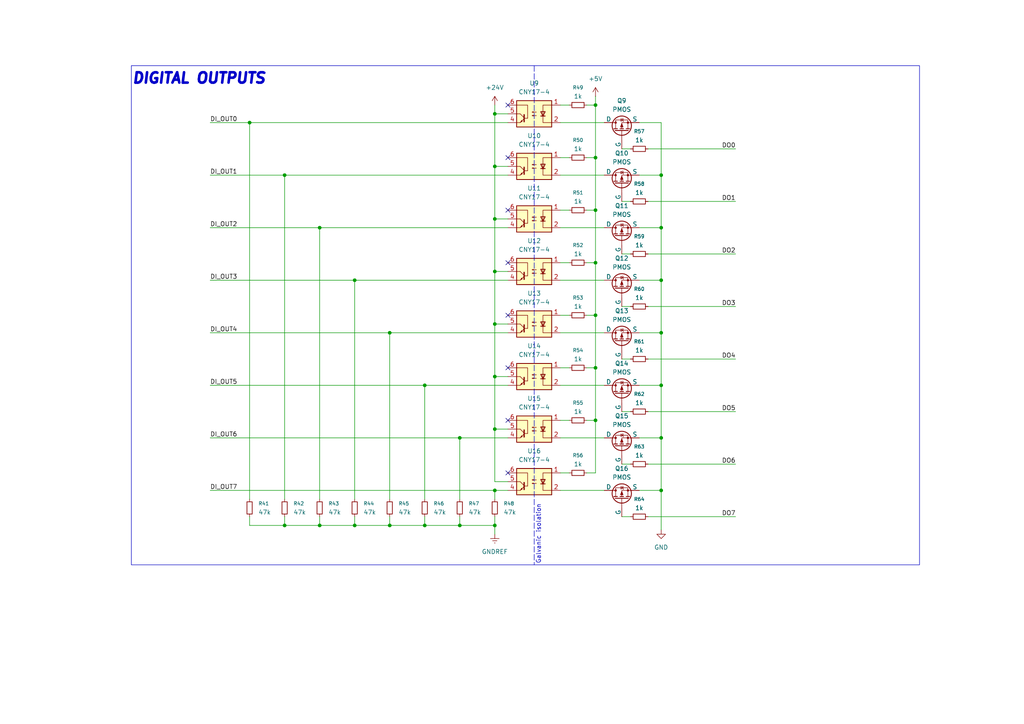
<source format=kicad_sch>
(kicad_sch (version 20250114) (generator "eeschema") (generator_version "9.0")
  (paper "A4")
  (title_block (title "PLC on STM - Digital IO Shield") (date "2025-12-27") (company "Author: Grzegorz Potocki"))
  (lib_symbols
    (symbol "Device:R_Small" (pin_numbers (hide yes)) (pin_names (offset 0.254) (hide yes))
      (property "Reference" "R" (at 0 0 90))
      (property "Value" "R_Small" (at 1.778 0 90))
      (symbol "R_Small_0_1"
        (rectangle (start -0.762 1.778) (end 0.762 -1.778) (stroke (width 0.2032)))
      )
      (symbol "R_Small_1_1"
        (pin passive line (at 0 2.54 270) (length 0.762) (name "~") (number "1"))
        (pin passive line (at 0 -2.54 90) (length 0.762) (name "~") (number "2"))
      )
    )
    (symbol "Isolator:CNY17-4" (pin_names (offset 1.016))
      (property "Reference" "U" (at -5.08 5.08 0))
      (property "Value" "CNY17-4" (at 0 5.08 0))
      (symbol "CNY17-4_0_1"
        (rectangle (start -5.08 3.81) (end 5.08 -3.81) (stroke (width 0.254)) (fill (type background)))
        (polyline (pts (xy -5.08 2.54) (xy -2.54 2.54) (xy -2.54 -0.762)))
        (polyline (pts (xy -3.175 -0.635) (xy -1.905 -0.635)) (stroke (width 0.254)))
        (polyline (pts (xy -2.54 -0.635) (xy -2.54 -2.54) (xy -5.08 -2.54)))
        (polyline (pts (xy -2.54 -0.635) (xy -3.175 0.635) (xy -1.905 0.635) (xy -2.54 -0.635)) (stroke (width 0.254)))
        (polyline (pts (xy -0.635 0.508) (xy 0.635 0.508) (xy 0.254 0.381) (xy 0.254 0.635) (xy 0.635 0.508)))
        (polyline (pts (xy -0.635 -0.508) (xy 0.635 -0.508) (xy 0.254 -0.635) (xy 0.254 -0.381) (xy 0.635 -0.508)))
        (polyline (pts (xy 1.905 -1.27) (xy 1.905 2.54) (xy 5.08 2.54)))
        (polyline (pts (xy 2.921 -0.254) (xy 2.921 -2.286)) (stroke (width 0.3556)))
        (polyline (pts (xy 2.921 -1.143) (xy 4.064 0)))
        (polyline (pts (xy 2.921 -1.27) (xy 1.905 -1.27)))
        (polyline (pts (xy 2.921 -1.397) (xy 4.064 -2.54)))
        (polyline (pts (xy 3.937 -2.413) (xy 3.683 -1.905) (xy 3.429 -2.159) (xy 3.937 -2.413)))
        (polyline (pts (xy 4.064 -2.54) (xy 5.08 -2.54)))
        (polyline (pts (xy 5.08 0) (xy 4.064 0)))
      )
      (symbol "CNY17-4_1_1"
        (pin passive line (at -7.62 2.54 0) (length 2.54) (name "~") (number "1"))
        (pin passive line (at -7.62 -2.54 0) (length 2.54) (name "~") (number "2"))
        (pin no_connect line (at -5.08 0 0) (length 2.54) (hide yes) (name "NC") (number "3"))
        (pin passive line (at 7.62 2.54 180) (length 2.54) (name "~") (number "6"))
        (pin passive line (at 7.62 0 180) (length 2.54) (name "~") (number "5"))
        (pin passive line (at 7.62 -2.54 180) (length 2.54) (name "~") (number "4"))
      )
    )
    (symbol "Simulation_SPICE:PMOS" (pin_numbers (hide yes)) (pin_names (offset 0))
      (property "Reference" "Q" (at 5.08 1.27 0))
      (property "Value" "PMOS" (at 5.08 -1.27 0))
      (symbol "PMOS_0_1"
        (polyline (pts (xy 0.254 1.905) (xy 0.254 -1.905)) (stroke (width 0.254)))
        (polyline (pts (xy 0.254 0) (xy -2.54 0)))
        (polyline (pts (xy 0.762 2.286) (xy 0.762 1.27)) (stroke (width 0.254)))
        (polyline (pts (xy 0.762 1.778) (xy 3.302 1.778) (xy 3.302 -1.778) (xy 0.762 -1.778)))
        (polyline (pts (xy 0.762 0.508) (xy 0.762 -0.508)) (stroke (width 0.254)))
        (polyline (pts (xy 0.762 -1.27) (xy 0.762 -2.286)) (stroke (width 0.254)))
        (circle (center 1.651 0) (radius 2.794) (stroke (width 0.254)))
        (polyline (pts (xy 2.286 0) (xy 1.27 0.381) (xy 1.27 -0.381) (xy 2.286 0)) (fill (type outline)))
        (polyline (pts (xy 2.54 2.54) (xy 2.54 1.778)))
        (circle (center 2.54 1.778) (radius 0.254) (fill (type outline)))
        (circle (center 2.54 -1.778) (radius 0.254) (fill (type outline)))
        (polyline (pts (xy 2.54 -2.54) (xy 2.54 0) (xy 0.762 0)))
        (polyline (pts (xy 2.794 -0.508) (xy 2.921 -0.381) (xy 3.683 -0.381) (xy 3.81 -0.254)))
        (polyline (pts (xy 3.302 -0.381) (xy 2.921 0.254) (xy 3.683 0.254) (xy 3.302 -0.381)))
      )
      (symbol "PMOS_1_1"
        (pin input line (at -5.08 0 0) (length 2.54) (name "G") (number "2"))
        (pin passive line (at 2.54 5.08 270) (length 2.54) (name "D") (number "1"))
        (pin passive line (at 2.54 -5.08 90) (length 2.54) (name "S") (number "3"))
      )
    )
    (symbol "power:+24V" (power) (pin_numbers (hide yes)) (pin_names (offset 0) (hide yes))
      (property "Value" "+24V" (at 0 3.556 0))
      (symbol "+24V_0_1"
        (polyline (pts (xy -0.762 1.27) (xy 0 2.54)))
        (polyline (pts (xy 0 2.54) (xy 0.762 1.27)))
        (polyline (pts (xy 0 0) (xy 0 2.54)))
      )
      (symbol "+24V_1_1"
        (pin power_in line (at 0 0 90) (length 0) (name "~") (number "1"))
      )
    )
    (symbol "power:+5V" (power) (pin_numbers (hide yes)) (pin_names (offset 0) (hide yes))
      (property "Value" "+5V" (at 0 3.556 0))
      (symbol "+5V_0_1"
        (polyline (pts (xy -0.762 1.27) (xy 0 2.54)))
        (polyline (pts (xy 0 2.54) (xy 0.762 1.27)))
        (polyline (pts (xy 0 0) (xy 0 2.54)))
      )
      (symbol "+5V_1_1"
        (pin power_in line (at 0 0 90) (length 0) (name "~") (number "1"))
      )
    )
    (symbol "power:GND" (power) (pin_numbers (hide yes)) (pin_names (offset 0) (hide yes))
      (property "Value" "GND" (at 0 -3.81 0))
      (symbol "GND_0_1"
        (polyline (pts (xy 0 0) (xy 0 -1.27) (xy 1.27 -1.27) (xy 0 -2.54) (xy -1.27 -1.27) (xy 0 -1.27)))
      )
      (symbol "GND_1_1"
        (pin power_in line (at 0 0 270) (length 0) (name "~") (number "1"))
      )
    )
    (symbol "power:GNDREF" (power) (pin_numbers (hide yes)) (pin_names (offset 0) (hide yes))
      (property "Value" "GNDREF" (at 0 -3.81 0))
      (symbol "GNDREF_0_1"
        (polyline (pts (xy -0.635 -1.905) (xy 0.635 -1.905)))
        (polyline (pts (xy -0.127 -2.54) (xy 0.127 -2.54)))
        (polyline (pts (xy 0 -1.27) (xy 0 0)))
        (polyline (pts (xy 1.27 -1.27) (xy -1.27 -1.27)))
      )
      (symbol "GNDREF_1_1"
        (pin power_in line (at 0 0 270) (length 0) (name "~") (number "1"))
      )
    )
  )
  (rectangle (start 38.1 19.05) (end 266.7 163.83))
  (text "DIGITAL OUTPUTS" (at 38.1 22.86 0) (effects (font (size 3 3) (thickness 2) (bold yes) (italic yes)) (justify left)))
  (text "Galvanic isolation" (at 156.21 154.94 90) (effects (font (size 1.27 1.27))))
  (junction (at 172.72 30.48))
  (junction (at 172.72 60.96))
  (junction (at 143.51 93.98))
  (junction (at 191.77 111.76))
  (junction (at 113.03 152.4))
  (junction (at 143.51 124.46))
  (junction (at 191.77 66.04))
  (junction (at 102.87 81.28))
  (junction (at 92.71 66.04))
  (junction (at 102.87 152.4))
  (junction (at 172.72 121.92))
  (junction (at 191.77 142.24))
  (junction (at 191.77 96.52))
  (junction (at 172.72 91.44))
  (junction (at 143.51 109.22))
  (junction (at 191.77 50.8))
  (junction (at 82.55 50.8))
  (junction (at 133.35 127))
  (junction (at 133.35 152.4))
  (junction (at 113.03 96.52))
  (junction (at 172.72 76.2))
  (junction (at 143.51 142.24))
  (junction (at 172.72 45.72))
  (junction (at 123.19 152.4))
  (junction (at 143.51 78.74))
  (junction (at 143.51 63.5))
  (junction (at 172.72 106.68))
  (junction (at 191.77 81.28))
  (junction (at 123.19 111.76))
  (junction (at 143.51 152.4))
  (junction (at 143.51 48.26))
  (junction (at 72.39 35.56))
  (junction (at 92.71 152.4))
  (junction (at 191.77 127))
  (junction (at 82.55 152.4))
  (junction (at 143.51 33.02))
  (no_connect (at 147.32 137.16))
  (no_connect (at 147.32 76.2))
  (no_connect (at 147.32 30.48))
  (no_connect (at 147.32 121.92))
  (no_connect (at 147.32 60.96))
  (no_connect (at 147.32 45.72))
  (no_connect (at 147.32 91.44))
  (no_connect (at 147.32 106.68))
  (wire (pts (xy 162.56 121.92) (xy 165.1 121.92)))
  (wire (pts (xy 102.87 81.28) (xy 147.32 81.28)))
  (wire (pts (xy 172.72 60.96) (xy 172.72 76.2)))
  (wire (pts (xy 187.96 149.86) (xy 213.36 149.86)))
  (wire (pts (xy 187.96 88.9) (xy 213.36 88.9)))
  (wire (pts (xy 147.32 124.46) (xy 143.51 124.46)))
  (wire (pts (xy 162.56 142.24) (xy 175.26 142.24)))
  (wire (pts (xy 143.51 48.26) (xy 143.51 63.5)))
  (wire (pts (xy 170.18 45.72) (xy 172.72 45.72)))
  (wire (pts (xy 60.96 96.52) (xy 113.03 96.52)))
  (wire (pts (xy 172.72 76.2) (xy 172.72 91.44)))
  (wire (pts (xy 72.39 35.56) (xy 72.39 144.78)))
  (wire (pts (xy 162.56 66.04) (xy 175.26 66.04)))
  (wire (pts (xy 185.42 96.52) (xy 191.77 96.52)))
  (wire (pts (xy 113.03 149.86) (xy 113.03 152.4)))
  (wire (pts (xy 172.72 45.72) (xy 172.72 60.96)))
  (wire (pts (xy 82.55 152.4) (xy 92.71 152.4)))
  (wire (pts (xy 143.51 93.98) (xy 143.51 109.22)))
  (wire (pts (xy 180.34 73.66) (xy 182.88 73.66)))
  (wire (pts (xy 147.32 63.5) (xy 143.51 63.5)))
  (wire (pts (xy 60.96 81.28) (xy 102.87 81.28)))
  (wire (pts (xy 162.56 96.52) (xy 175.26 96.52)))
  (wire (pts (xy 143.51 149.86) (xy 143.51 152.4)))
  (wire (pts (xy 191.77 81.28) (xy 191.77 96.52)))
  (wire (pts (xy 191.77 35.56) (xy 191.77 50.8)))
  (wire (pts (xy 170.18 30.48) (xy 172.72 30.48)))
  (wire (pts (xy 143.51 33.02) (xy 143.51 48.26)))
  (wire (pts (xy 92.71 66.04) (xy 147.32 66.04)))
  (wire (pts (xy 162.56 76.2) (xy 165.1 76.2)))
  (wire (pts (xy 170.18 91.44) (xy 172.72 91.44)))
  (wire (pts (xy 185.42 66.04) (xy 191.77 66.04)))
  (wire (pts (xy 143.51 63.5) (xy 143.51 78.74)))
  (wire (pts (xy 72.39 35.56) (xy 147.32 35.56)))
  (wire (pts (xy 147.32 142.24) (xy 143.51 142.24)))
  (wire (pts (xy 180.34 119.38) (xy 182.88 119.38)))
  (wire (pts (xy 82.55 149.86) (xy 82.55 152.4)))
  (wire (pts (xy 82.55 50.8) (xy 147.32 50.8)))
  (wire (pts (xy 180.34 43.18) (xy 182.88 43.18)))
  (wire (pts (xy 191.77 111.76) (xy 191.77 127)))
  (wire (pts (xy 180.34 134.62) (xy 182.88 134.62)))
  (wire (pts (xy 170.18 60.96) (xy 172.72 60.96)))
  (wire (pts (xy 162.56 35.56) (xy 175.26 35.56)))
  (wire (pts (xy 191.77 96.52) (xy 191.77 111.76)))
  (wire (pts (xy 185.42 35.56) (xy 191.77 35.56)))
  (wire (pts (xy 72.39 149.86) (xy 72.39 152.4)))
  (wire (pts (xy 143.51 124.46) (xy 143.51 139.7)))
  (wire (pts (xy 92.71 66.04) (xy 92.71 144.78)))
  (wire (pts (xy 191.77 50.8) (xy 191.77 66.04)))
  (wire (pts (xy 191.77 142.24) (xy 191.77 153.67)))
  (wire (pts (xy 133.35 149.86) (xy 133.35 152.4)))
  (wire (pts (xy 187.96 134.62) (xy 213.36 134.62)))
  (wire (pts (xy 191.77 66.04) (xy 191.77 81.28)))
  (wire (pts (xy 172.72 30.48) (xy 172.72 45.72)))
  (wire (pts (xy 92.71 152.4) (xy 102.87 152.4)))
  (wire (pts (xy 82.55 50.8) (xy 82.55 144.78)))
  (wire (pts (xy 162.56 81.28) (xy 175.26 81.28)))
  (wire (pts (xy 72.39 152.4) (xy 82.55 152.4)))
  (wire (pts (xy 170.18 137.16) (xy 172.72 137.16)))
  (wire (pts (xy 162.56 111.76) (xy 175.26 111.76)))
  (wire (pts (xy 187.96 58.42) (xy 213.36 58.42)))
  (wire (pts (xy 170.18 76.2) (xy 172.72 76.2)))
  (wire (pts (xy 172.72 121.92) (xy 172.72 137.16)))
  (wire (pts (xy 60.96 35.56) (xy 72.39 35.56)))
  (wire (pts (xy 185.42 111.76) (xy 191.77 111.76)))
  (wire (pts (xy 102.87 81.28) (xy 102.87 144.78)))
  (wire (pts (xy 147.32 109.22) (xy 143.51 109.22)))
  (wire (pts (xy 185.42 50.8) (xy 191.77 50.8)))
  (wire (pts (xy 162.56 106.68) (xy 165.1 106.68)))
  (wire (pts (xy 113.03 96.52) (xy 147.32 96.52)))
  (wire (pts (xy 191.77 127) (xy 191.77 142.24)))
  (wire (pts (xy 60.96 50.8) (xy 82.55 50.8)))
  (wire (pts (xy 180.34 149.86) (xy 182.88 149.86)))
  (wire (pts (xy 162.56 45.72) (xy 165.1 45.72)))
  (wire (pts (xy 143.51 109.22) (xy 143.51 124.46)))
  (wire (pts (xy 92.71 149.86) (xy 92.71 152.4)))
  (wire (pts (xy 187.96 119.38) (xy 213.36 119.38)))
  (wire (pts (xy 180.34 88.9) (xy 182.88 88.9)))
  (wire (pts (xy 170.18 106.68) (xy 172.72 106.68)))
  (wire (pts (xy 60.96 66.04) (xy 92.71 66.04)))
  (wire (pts (xy 123.19 111.76) (xy 147.32 111.76)))
  (wire (pts (xy 180.34 58.42) (xy 182.88 58.42)))
  (wire (pts (xy 180.34 104.14) (xy 182.88 104.14)))
  (wire (pts (xy 187.96 73.66) (xy 213.36 73.66)))
  (wire (pts (xy 185.42 127) (xy 191.77 127)))
  (wire (pts (xy 187.96 104.14) (xy 213.36 104.14)))
  (wire (pts (xy 102.87 152.4) (xy 113.03 152.4)))
  (wire (pts (xy 172.72 27.94) (xy 172.72 30.48)))
  (wire (pts (xy 123.19 152.4) (xy 133.35 152.4)))
  (wire (pts (xy 162.56 60.96) (xy 165.1 60.96)))
  (wire (pts (xy 185.42 142.24) (xy 191.77 142.24)))
  (wire (pts (xy 143.51 142.24) (xy 143.51 144.78)))
  (polyline (pts (xy 154.94 19.05) (xy 154.94 163.83)) (stroke (width 0) (type dash)))
  (wire (pts (xy 147.32 33.02) (xy 143.51 33.02)))
  (wire (pts (xy 162.56 137.16) (xy 165.1 137.16)))
  (wire (pts (xy 162.56 30.48) (xy 165.1 30.48)))
  (wire (pts (xy 123.19 111.76) (xy 123.19 144.78)))
  (wire (pts (xy 113.03 152.4) (xy 123.19 152.4)))
  (wire (pts (xy 162.56 91.44) (xy 165.1 91.44)))
  (wire (pts (xy 143.51 78.74) (xy 143.51 93.98)))
  (wire (pts (xy 170.18 121.92) (xy 172.72 121.92)))
  (wire (pts (xy 162.56 127) (xy 175.26 127)))
  (wire (pts (xy 60.96 127) (xy 133.35 127)))
  (wire (pts (xy 143.51 30.48) (xy 143.51 33.02)))
  (wire (pts (xy 147.32 93.98) (xy 143.51 93.98)))
  (wire (pts (xy 172.72 91.44) (xy 172.72 106.68)))
  (wire (pts (xy 147.32 48.26) (xy 143.51 48.26)))
  (wire (pts (xy 102.87 149.86) (xy 102.87 152.4)))
  (wire (pts (xy 143.51 152.4) (xy 143.51 154.94)))
  (wire (pts (xy 113.03 96.52) (xy 113.03 144.78)))
  (wire (pts (xy 123.19 149.86) (xy 123.19 152.4)))
  (wire (pts (xy 60.96 111.76) (xy 123.19 111.76)))
  (wire (pts (xy 172.72 106.68) (xy 172.72 121.92)))
  (wire (pts (xy 133.35 127) (xy 147.32 127)))
  (wire (pts (xy 162.56 50.8) (xy 175.26 50.8)))
  (wire (pts (xy 133.35 127) (xy 133.35 144.78)))
  (wire (pts (xy 60.96 142.24) (xy 143.51 142.24)))
  (wire (pts (xy 185.42 81.28) (xy 191.77 81.28)))
  (wire (pts (xy 133.35 152.4) (xy 143.51 152.4)))
  (wire (pts (xy 187.96 43.18) (xy 213.36 43.18)))
  (wire (pts (xy 147.32 139.7) (xy 143.51 139.7)))
  (wire (pts (xy 147.32 78.74) (xy 143.51 78.74)))
  (label "DI_OUT2" (at 60.96 66.04 0))
  (label "DI_OUT1" (at 60.96 50.8 0))
  (label "DO0" (at 213.36 43.18 180))
  (label "DO2" (at 213.36 73.66 180))
  (label "DI_OUT7" (at 60.96 142.24 0))
  (label "DO1" (at 213.36 58.42 180))
  (label "DO5" (at 213.36 119.38 180))
  (label "DI_OUT4" (at 60.96 96.52 0))
  (label "DI_OUT3" (at 60.96 81.28 0))
  (label "DO3" (at 213.36 88.9 180))
  (label "DI_OUT6" (at 60.96 127 0))
  (label "DO7" (at 213.36 149.86 180))
  (label "DO4" (at 213.36 104.14 180))
  (label "DI_OUT5" (at 60.96 111.76 0))
  (label "DI_OUT0" (at 60.96 35.56 0))
  (label "DO6" (at 213.36 134.62 180))
  (symbol (lib_id "Isolator:CNY17-4") (at 154.94 93.98 0) (mirror y) (unit 1)
    (property "Reference" "U13" (at 154.94 85.09 0))
    (property "Value" "CNY17-4" (at 154.94 87.63 0))
    (property "Datasheet" "http://www.vishay.com/docs/83606/cny17.pdf" (effects (hide yes)))
    (property "Description" "DC Optocoupler Base Connected, Vce 70V, CTR 160-320%, Viso 5000V (RMS), DIP6" (effects (hide yes)))
  )
  (symbol (lib_id "Device:R_Small") (at 72.39 147.32 0) (unit 1)
    (property "Reference" "R41" (at 74.93 146.0499 0) (effects (font (size 1.016 1.016)) (justify left)))
    (property "Value" "47k" (at 74.93 148.5899 0) (effects (justify left)))
    (property "Description" "Resistor, small symbol" (effects (hide yes)))
  )
  (symbol (lib_id "Simulation_SPICE:PMOS") (at 180.34 83.82 90) (unit 1)
    (property "Reference" "Q12" (at 180.34 74.93 90))
    (property "Value" "PMOS" (at 180.34 77.47 90))
    (property "Datasheet" "https://ngspice.sourceforge.io/docs/ngspice-html-manual/manual.xhtml#cha_MOSFETs" (effects (hide yes)))
    (property "Description" "P-MOSFET transistor, drain/source/gate" (effects (hide yes)))
    (property "Sim.Device" "PMOS" (effects (hide yes)))
    (property "Sim.Type" "VDMOS" (effects (hide yes)))
    (property "Sim.Pins" "1=D 2=G 3=S" (effects (hide yes)))
  )
  (symbol (lib_id "Isolator:CNY17-4") (at 154.94 33.02 0) (mirror y) (unit 1)
    (property "Reference" "U9" (at 154.94 24.13 0))
    (property "Value" "CNY17-4" (at 154.94 26.67 0))
    (property "Datasheet" "http://www.vishay.com/docs/83606/cny17.pdf" (effects (hide yes)))
    (property "Description" "DC Optocoupler Base Connected, Vce 70V, CTR 160-320%, Viso 5000V (RMS), DIP6" (effects (hide yes)))
  )
  (symbol (lib_id "Simulation_SPICE:PMOS") (at 180.34 129.54 90) (unit 1)
    (property "Reference" "Q15" (at 180.34 120.65 90))
    (property "Value" "PMOS" (at 180.34 123.19 90))
    (property "Datasheet" "https://ngspice.sourceforge.io/docs/ngspice-html-manual/manual.xhtml#cha_MOSFETs" (effects (hide yes)))
    (property "Description" "P-MOSFET transistor, drain/source/gate" (effects (hide yes)))
    (property "Sim.Device" "PMOS" (effects (hide yes)))
    (property "Sim.Type" "VDMOS" (effects (hide yes)))
    (property "Sim.Pins" "1=D 2=G 3=S" (effects (hide yes)))
  )
  (symbol (lib_id "Device:R_Small") (at 102.87 147.32 0) (unit 1)
    (property "Reference" "R44" (at 105.41 146.0499 0) (effects (font (size 1.016 1.016)) (justify left)))
    (property "Value" "47k" (at 105.41 148.5899 0) (effects (justify left)))
    (property "Description" "Resistor, small symbol" (effects (hide yes)))
  )
  (symbol (lib_id "Simulation_SPICE:PMOS") (at 180.34 53.34 90) (unit 1)
    (property "Reference" "Q10" (at 180.34 44.45 90))
    (property "Value" "PMOS" (at 180.34 46.99 90))
    (property "Datasheet" "https://ngspice.sourceforge.io/docs/ngspice-html-manual/manual.xhtml#cha_MOSFETs" (effects (hide yes)))
    (property "Description" "P-MOSFET transistor, drain/source/gate" (effects (hide yes)))
    (property "Sim.Device" "PMOS" (effects (hide yes)))
    (property "Sim.Type" "VDMOS" (effects (hide yes)))
    (property "Sim.Pins" "1=D 2=G 3=S" (effects (hide yes)))
  )
  (symbol (lib_id "Device:R_Small") (at 143.51 147.32 0) (unit 1)
    (property "Reference" "R48" (at 146.05 146.0499 0) (effects (font (size 1.016 1.016)) (justify left)))
    (property "Value" "47k" (at 146.05 148.5899 0) (effects (justify left)))
    (property "Description" "Resistor, small symbol" (effects (hide yes)))
  )
  (symbol (lib_id "Device:R_Small") (at 185.42 73.66 90) (unit 1)
    (property "Reference" "R59" (at 185.42 68.58 90) (effects (font (size 1.016 1.016))))
    (property "Value" "1k" (at 185.42 71.12 90))
    (property "Description" "Resistor, small symbol" (effects (hide yes)))
  )
  (symbol (lib_id "Isolator:CNY17-4") (at 154.94 48.26 0) (mirror y) (unit 1)
    (property "Reference" "U10" (at 154.94 39.37 0))
    (property "Value" "CNY17-4" (at 154.94 41.91 0))
    (property "Datasheet" "http://www.vishay.com/docs/83606/cny17.pdf" (effects (hide yes)))
    (property "Description" "DC Optocoupler Base Connected, Vce 70V, CTR 160-320%, Viso 5000V (RMS), DIP6" (effects (hide yes)))
  )
  (symbol (lib_id "Device:R_Small") (at 167.64 91.44 90) (unit 1)
    (property "Reference" "R53" (at 167.64 86.36 90) (effects (font (size 1.016 1.016))))
    (property "Value" "1k" (at 167.64 88.9 90))
    (property "Description" "Resistor, small symbol" (effects (hide yes)))
  )
  (symbol (lib_id "Isolator:CNY17-4") (at 154.94 78.74 0) (mirror y) (unit 1)
    (property "Reference" "U12" (at 154.94 69.85 0))
    (property "Value" "CNY17-4" (at 154.94 72.39 0))
    (property "Datasheet" "http://www.vishay.com/docs/83606/cny17.pdf" (effects (hide yes)))
    (property "Description" "DC Optocoupler Base Connected, Vce 70V, CTR 160-320%, Viso 5000V (RMS), DIP6" (effects (hide yes)))
  )
  (symbol (lib_id "Device:R_Small") (at 123.19 147.32 0) (unit 1)
    (property "Reference" "R46" (at 125.73 146.0499 0) (effects (font (size 1.016 1.016)) (justify left)))
    (property "Value" "47k" (at 125.73 148.5899 0) (effects (justify left)))
    (property "Description" "Resistor, small symbol" (effects (hide yes)))
  )
  (symbol (lib_id "Device:R_Small") (at 167.64 137.16 90) (unit 1)
    (property "Reference" "R56" (at 167.64 132.08 90) (effects (font (size 1.016 1.016))))
    (property "Value" "1k" (at 167.64 134.62 90))
    (property "Description" "Resistor, small symbol" (effects (hide yes)))
  )
  (symbol (lib_id "Device:R_Small") (at 167.64 30.48 90) (unit 1)
    (property "Reference" "R49" (at 167.64 25.4 90) (effects (font (size 1.016 1.016))))
    (property "Value" "1k" (at 167.64 27.94 90))
    (property "Description" "Resistor, small symbol" (effects (hide yes)))
  )
  (symbol (lib_id "Device:R_Small") (at 185.42 43.18 90) (unit 1)
    (property "Reference" "R57" (at 185.42 38.1 90) (effects (font (size 1.016 1.016))))
    (property "Value" "1k" (at 185.42 40.64 90))
    (property "Description" "Resistor, small symbol" (effects (hide yes)))
  )
  (symbol (lib_id "power:+5V") (at 172.72 27.94 0) (unit 1)
    (property "Reference" "#PWR014" (effects (hide yes)))
    (property "Value" "+5V" (at 172.72 22.86 0))
    (property "Description" "Power symbol creates a global label with name \"+5V\"" (effects (hide yes)))
  )
  (symbol (lib_id "Isolator:CNY17-4") (at 154.94 139.7 0) (mirror y) (unit 1)
    (property "Reference" "U16" (at 154.94 130.81 0))
    (property "Value" "CNY17-4" (at 154.94 133.35 0))
    (property "Datasheet" "http://www.vishay.com/docs/83606/cny17.pdf" (effects (hide yes)))
    (property "Description" "DC Optocoupler Base Connected, Vce 70V, CTR 160-320%, Viso 5000V (RMS), DIP6" (effects (hide yes)))
  )
  (symbol (lib_id "Isolator:CNY17-4") (at 154.94 124.46 0) (mirror y) (unit 1)
    (property "Reference" "U15" (at 154.94 115.57 0))
    (property "Value" "CNY17-4" (at 154.94 118.11 0))
    (property "Datasheet" "http://www.vishay.com/docs/83606/cny17.pdf" (effects (hide yes)))
    (property "Description" "DC Optocoupler Base Connected, Vce 70V, CTR 160-320%, Viso 5000V (RMS), DIP6" (effects (hide yes)))
  )
  (symbol (lib_id "Device:R_Small") (at 167.64 106.68 90) (unit 1)
    (property "Reference" "R54" (at 167.64 101.6 90) (effects (font (size 1.016 1.016))))
    (property "Value" "1k" (at 167.64 104.14 90))
    (property "Description" "Resistor, small symbol" (effects (hide yes)))
  )
  (symbol (lib_id "Simulation_SPICE:PMOS") (at 180.34 114.3 90) (unit 1)
    (property "Reference" "Q14" (at 180.34 105.41 90))
    (property "Value" "PMOS" (at 180.34 107.95 90))
    (property "Datasheet" "https://ngspice.sourceforge.io/docs/ngspice-html-manual/manual.xhtml#cha_MOSFETs" (effects (hide yes)))
    (property "Description" "P-MOSFET transistor, drain/source/gate" (effects (hide yes)))
    (property "Sim.Device" "PMOS" (effects (hide yes)))
    (property "Sim.Type" "VDMOS" (effects (hide yes)))
    (property "Sim.Pins" "1=D 2=G 3=S" (effects (hide yes)))
  )
  (symbol (lib_id "Device:R_Small") (at 167.64 60.96 90) (unit 1)
    (property "Reference" "R51" (at 167.64 55.88 90) (effects (font (size 1.016 1.016))))
    (property "Value" "1k" (at 167.64 58.42 90))
    (property "Description" "Resistor, small symbol" (effects (hide yes)))
  )
  (symbol (lib_id "Simulation_SPICE:PMOS") (at 180.34 99.06 90) (unit 1)
    (property "Reference" "Q13" (at 180.34 90.17 90))
    (property "Value" "PMOS" (at 180.34 92.71 90))
    (property "Datasheet" "https://ngspice.sourceforge.io/docs/ngspice-html-manual/manual.xhtml#cha_MOSFETs" (effects (hide yes)))
    (property "Description" "P-MOSFET transistor, drain/source/gate" (effects (hide yes)))
    (property "Sim.Device" "PMOS" (effects (hide yes)))
    (property "Sim.Type" "VDMOS" (effects (hide yes)))
    (property "Sim.Pins" "1=D 2=G 3=S" (effects (hide yes)))
  )
  (symbol (lib_id "Device:R_Small") (at 185.42 58.42 90) (unit 1)
    (property "Reference" "R58" (at 185.42 53.34 90) (effects (font (size 1.016 1.016))))
    (property "Value" "1k" (at 185.42 55.88 90))
    (property "Description" "Resistor, small symbol" (effects (hide yes)))
  )
  (symbol (lib_id "Device:R_Small") (at 167.64 76.2 90) (unit 1)
    (property "Reference" "R52" (at 167.64 71.12 90) (effects (font (size 1.016 1.016))))
    (property "Value" "1k" (at 167.64 73.66 90))
    (property "Description" "Resistor, small symbol" (effects (hide yes)))
  )
  (symbol (lib_id "Device:R_Small") (at 185.42 104.14 90) (unit 1)
    (property "Reference" "R61" (at 185.42 99.06 90) (effects (font (size 1.016 1.016))))
    (property "Value" "1k" (at 185.42 101.6 90))
    (property "Description" "Resistor, small symbol" (effects (hide yes)))
  )
  (symbol (lib_id "Isolator:CNY17-4") (at 154.94 109.22 0) (mirror y) (unit 1)
    (property "Reference" "U14" (at 154.94 100.33 0))
    (property "Value" "CNY17-4" (at 154.94 102.87 0))
    (property "Datasheet" "http://www.vishay.com/docs/83606/cny17.pdf" (effects (hide yes)))
    (property "Description" "DC Optocoupler Base Connected, Vce 70V, CTR 160-320%, Viso 5000V (RMS), DIP6" (effects (hide yes)))
  )
  (symbol (lib_id "power:GNDREF") (at 143.51 154.94 0) (unit 1)
    (property "Reference" "#PWR013" (effects (hide yes)))
    (property "Value" "GNDREF" (at 143.51 160.02 0))
    (property "Description" "Power symbol creates a global label with name \"GNDREF\" , reference supply ground" (effects (hide yes)))
  )
  (symbol (lib_id "Device:R_Small") (at 185.42 134.62 90) (unit 1)
    (property "Reference" "R63" (at 185.42 129.54 90) (effects (font (size 1.016 1.016))))
    (property "Value" "1k" (at 185.42 132.08 90))
    (property "Description" "Resistor, small symbol" (effects (hide yes)))
  )
  (symbol (lib_id "power:+24V") (at 143.51 30.48 0) (unit 1)
    (property "Reference" "#PWR012" (effects (hide yes)))
    (property "Value" "+24V" (at 143.51 25.4 0))
    (property "Description" "Power symbol creates a global label with name \"+24V\"" (effects (hide yes)))
  )
  (symbol (lib_id "Isolator:CNY17-4") (at 154.94 63.5 0) (mirror y) (unit 1)
    (property "Reference" "U11" (at 154.94 54.61 0))
    (property "Value" "CNY17-4" (at 154.94 57.15 0))
    (property "Datasheet" "http://www.vishay.com/docs/83606/cny17.pdf" (effects (hide yes)))
    (property "Description" "DC Optocoupler Base Connected, Vce 70V, CTR 160-320%, Viso 5000V (RMS), DIP6" (effects (hide yes)))
  )
  (symbol (lib_id "Device:R_Small") (at 167.64 121.92 90) (unit 1)
    (property "Reference" "R55" (at 167.64 116.84 90) (effects (font (size 1.016 1.016))))
    (property "Value" "1k" (at 167.64 119.38 90))
    (property "Description" "Resistor, small symbol" (effects (hide yes)))
  )
  (symbol (lib_id "Device:R_Small") (at 82.55 147.32 0) (unit 1)
    (property "Reference" "R42" (at 85.09 146.0499 0) (effects (font (size 1.016 1.016)) (justify left)))
    (property "Value" "47k" (at 85.09 148.5899 0) (effects (justify left)))
    (property "Description" "Resistor, small symbol" (effects (hide yes)))
  )
  (symbol (lib_id "Device:R_Small") (at 167.64 45.72 90) (unit 1)
    (property "Reference" "R50" (at 167.64 40.64 90) (effects (font (size 1.016 1.016))))
    (property "Value" "1k" (at 167.64 43.18 90))
    (property "Description" "Resistor, small symbol" (effects (hide yes)))
  )
  (symbol (lib_id "Device:R_Small") (at 185.42 149.86 90) (unit 1)
    (property "Reference" "R64" (at 185.42 144.78 90) (effects (font (size 1.016 1.016))))
    (property "Value" "1k" (at 185.42 147.32 90))
    (property "Description" "Resistor, small symbol" (effects (hide yes)))
  )
  (symbol (lib_id "Device:R_Small") (at 185.42 88.9 90) (unit 1)
    (property "Reference" "R60" (at 185.42 83.82 90) (effects (font (size 1.016 1.016))))
    (property "Value" "1k" (at 185.42 86.36 90))
    (property "Description" "Resistor, small symbol" (effects (hide yes)))
  )
  (symbol (lib_id "Device:R_Small") (at 92.71 147.32 0) (unit 1)
    (property "Reference" "R43" (at 95.25 146.0499 0) (effects (font (size 1.016 1.016)) (justify left)))
    (property "Value" "47k" (at 95.25 148.5899 0) (effects (justify left)))
    (property "Description" "Resistor, small symbol" (effects (hide yes)))
  )
  (symbol (lib_id "Device:R_Small") (at 185.42 119.38 90) (unit 1)
    (property "Reference" "R62" (at 185.42 114.3 90) (effects (font (size 1.016 1.016))))
    (property "Value" "1k" (at 185.42 116.84 90))
    (property "Description" "Resistor, small symbol" (effects (hide yes)))
  )
  (symbol (lib_id "Simulation_SPICE:PMOS") (at 180.34 68.58 90) (unit 1)
    (property "Reference" "Q11" (at 180.34 59.69 90))
    (property "Value" "PMOS" (at 180.34 62.23 90))
    (property "Datasheet" "https://ngspice.sourceforge.io/docs/ngspice-html-manual/manual.xhtml#cha_MOSFETs" (effects (hide yes)))
    (property "Description" "P-MOSFET transistor, drain/source/gate" (effects (hide yes)))
    (property "Sim.Device" "PMOS" (effects (hide yes)))
    (property "Sim.Type" "VDMOS" (effects (hide yes)))
    (property "Sim.Pins" "1=D 2=G 3=S" (effects (hide yes)))
  )
  (symbol (lib_id "Simulation_SPICE:PMOS") (at 180.34 144.78 90) (unit 1)
    (property "Reference" "Q16" (at 180.34 135.89 90))
    (property "Value" "PMOS" (at 180.34 138.43 90))
    (property "Datasheet" "https://ngspice.sourceforge.io/docs/ngspice-html-manual/manual.xhtml#cha_MOSFETs" (effects (hide yes)))
    (property "Description" "P-MOSFET transistor, drain/source/gate" (effects (hide yes)))
    (property "Sim.Device" "PMOS" (effects (hide yes)))
    (property "Sim.Type" "VDMOS" (effects (hide yes)))
    (property "Sim.Pins" "1=D 2=G 3=S" (effects (hide yes)))
  )
  (symbol (lib_id "power:GND") (at 191.77 153.67 0) (unit 1)
    (property "Reference" "#PWR015" (effects (hide yes)))
    (property "Value" "GND" (at 191.77 158.75 0))
    (property "Description" "Power symbol creates a global label with name \"GND\" , ground" (effects (hide yes)))
  )
  (symbol (lib_id "Simulation_SPICE:PMOS") (at 180.34 38.1 90) (unit 1)
    (property "Reference" "Q9" (at 180.34 29.21 90))
    (property "Value" "PMOS" (at 180.34 31.75 90))
    (property "Datasheet" "https://ngspice.sourceforge.io/docs/ngspice-html-manual/manual.xhtml#cha_MOSFETs" (effects (hide yes)))
    (property "Description" "P-MOSFET transistor, drain/source/gate" (effects (hide yes)))
    (property "Sim.Device" "PMOS" (effects (hide yes)))
    (property "Sim.Type" "VDMOS" (effects (hide yes)))
    (property "Sim.Pins" "1=D 2=G 3=S" (effects (hide yes)))
  )
  (symbol (lib_id "Device:R_Small") (at 113.03 147.32 0) (unit 1)
    (property "Reference" "R45" (at 115.57 146.0499 0) (effects (font (size 1.016 1.016)) (justify left)))
    (property "Value" "47k" (at 115.57 148.5899 0) (effects (justify left)))
    (property "Description" "Resistor, small symbol" (effects (hide yes)))
  )
  (symbol (lib_id "Device:R_Small") (at 133.35 147.32 0) (unit 1)
    (property "Reference" "R47" (at 135.89 146.0499 0) (effects (font (size 1.016 1.016)) (justify left)))
    (property "Value" "47k" (at 135.89 148.5899 0) (effects (justify left)))
    (property "Description" "Resistor, small symbol" (effects (hide yes)))
  )
)
</source>
